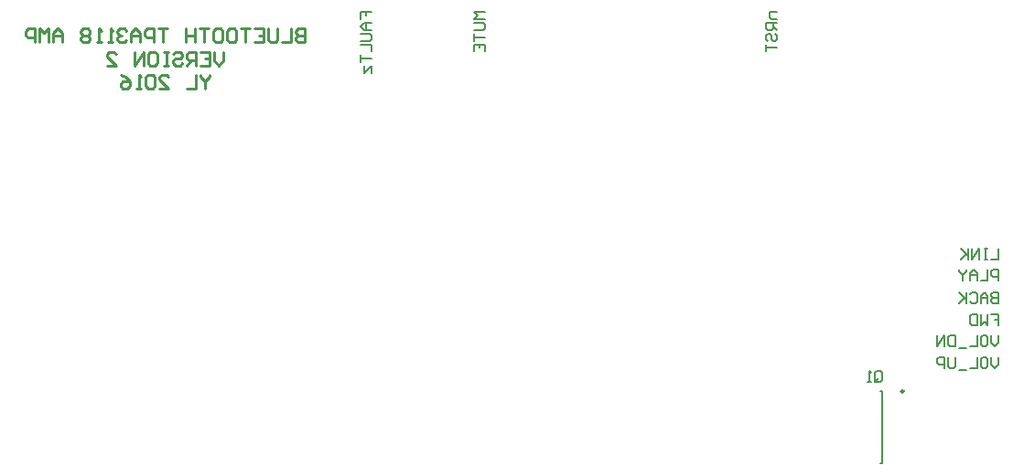
<source format=gbo>
G04 Layer_Color=12566272*
%FSLAX42Y42*%
%MOMM*%
G71*
G01*
G75*
%ADD30C,0.25*%
%ADD53C,0.20*%
%ADD54C,0.25*%
%ADD57C,0.21*%
D30*
X4131Y5446D02*
Y5319D01*
X4067D01*
X4046Y5340D01*
Y5361D01*
X4067Y5382D01*
X4131D01*
X4067D01*
X4046Y5403D01*
Y5424D01*
X4067Y5446D01*
X4131D01*
X4004D02*
Y5319D01*
X3919D01*
X3877Y5446D02*
Y5340D01*
X3856Y5319D01*
X3813D01*
X3792Y5340D01*
Y5446D01*
X3665D02*
X3750D01*
Y5319D01*
X3665D01*
X3750Y5382D02*
X3708D01*
X3623Y5446D02*
X3538D01*
X3581D01*
Y5319D01*
X3432Y5446D02*
X3475D01*
X3496Y5424D01*
Y5340D01*
X3475Y5319D01*
X3432D01*
X3411Y5340D01*
Y5424D01*
X3432Y5446D01*
X3306D02*
X3348D01*
X3369Y5424D01*
Y5340D01*
X3348Y5319D01*
X3306D01*
X3284Y5340D01*
Y5424D01*
X3306Y5446D01*
X3242D02*
X3157D01*
X3200D01*
Y5319D01*
X3115Y5446D02*
Y5319D01*
Y5382D01*
X3030D01*
Y5446D01*
Y5319D01*
X2861Y5446D02*
X2777D01*
X2819D01*
Y5319D01*
X2734D02*
Y5446D01*
X2671D01*
X2650Y5424D01*
Y5382D01*
X2671Y5361D01*
X2734D01*
X2607Y5319D02*
Y5403D01*
X2565Y5446D01*
X2523Y5403D01*
Y5319D01*
Y5382D01*
X2607D01*
X2480Y5424D02*
X2459Y5446D01*
X2417D01*
X2396Y5424D01*
Y5403D01*
X2417Y5382D01*
X2438D01*
X2417D01*
X2396Y5361D01*
Y5340D01*
X2417Y5319D01*
X2459D01*
X2480Y5340D01*
X2353Y5319D02*
X2311D01*
X2332D01*
Y5446D01*
X2353Y5424D01*
X2248Y5319D02*
X2205D01*
X2226D01*
Y5446D01*
X2248Y5424D01*
X2142D02*
X2121Y5446D01*
X2078D01*
X2057Y5424D01*
Y5403D01*
X2078Y5382D01*
X2057Y5361D01*
Y5340D01*
X2078Y5319D01*
X2121D01*
X2142Y5340D01*
Y5361D01*
X2121Y5382D01*
X2142Y5403D01*
Y5424D01*
X2121Y5382D02*
X2078D01*
X1888Y5319D02*
Y5403D01*
X1845Y5446D01*
X1803Y5403D01*
Y5319D01*
Y5382D01*
X1888D01*
X1761Y5319D02*
Y5446D01*
X1719Y5403D01*
X1676Y5446D01*
Y5319D01*
X1634D02*
Y5446D01*
X1570D01*
X1549Y5424D01*
Y5382D01*
X1570Y5361D01*
X1634D01*
X3380Y5232D02*
Y5148D01*
X3337Y5105D01*
X3295Y5148D01*
Y5232D01*
X3168D02*
X3253D01*
Y5105D01*
X3168D01*
X3253Y5169D02*
X3210D01*
X3126Y5105D02*
Y5232D01*
X3062D01*
X3041Y5211D01*
Y5169D01*
X3062Y5148D01*
X3126D01*
X3083D02*
X3041Y5105D01*
X2914Y5211D02*
X2935Y5232D01*
X2978D01*
X2999Y5211D01*
Y5190D01*
X2978Y5169D01*
X2935D01*
X2914Y5148D01*
Y5127D01*
X2935Y5105D01*
X2978D01*
X2999Y5127D01*
X2872Y5232D02*
X2829D01*
X2851D01*
Y5105D01*
X2872D01*
X2829D01*
X2702Y5232D02*
X2745D01*
X2766Y5211D01*
Y5127D01*
X2745Y5105D01*
X2702D01*
X2681Y5127D01*
Y5211D01*
X2702Y5232D01*
X2639Y5105D02*
Y5232D01*
X2554Y5105D01*
Y5232D01*
X2300Y5105D02*
X2385D01*
X2300Y5190D01*
Y5211D01*
X2322Y5232D01*
X2364D01*
X2385Y5211D01*
X3253Y5019D02*
Y4998D01*
X3210Y4956D01*
X3168Y4998D01*
Y5019D01*
X3210Y4956D02*
Y4892D01*
X3126Y5019D02*
Y4892D01*
X3041D01*
X2787D02*
X2872D01*
X2787Y4977D01*
Y4998D01*
X2808Y5019D01*
X2851D01*
X2872Y4998D01*
X2745D02*
X2724Y5019D01*
X2681D01*
X2660Y4998D01*
Y4913D01*
X2681Y4892D01*
X2724D01*
X2745Y4913D01*
Y4998D01*
X2618Y4892D02*
X2576D01*
X2597D01*
Y5019D01*
X2618Y4998D01*
X2427Y5019D02*
X2470Y4998D01*
X2512Y4956D01*
Y4913D01*
X2491Y4892D01*
X2449D01*
X2427Y4913D01*
Y4934D01*
X2449Y4956D01*
X2512D01*
D53*
X9455Y2085D02*
X9470D01*
Y1415D02*
Y2085D01*
X9455Y1415D02*
X9470D01*
X5800Y5600D02*
X5700D01*
X5733Y5567D01*
X5700Y5533D01*
X5800D01*
X5700Y5500D02*
X5783D01*
X5800Y5483D01*
Y5450D01*
X5783Y5433D01*
X5700D01*
Y5400D02*
Y5333D01*
Y5367D01*
X5800D01*
X5700Y5233D02*
Y5300D01*
X5800D01*
Y5233D01*
X5750Y5300D02*
Y5267D01*
X4650Y5533D02*
Y5600D01*
X4700D01*
Y5567D01*
Y5600D01*
X4750D01*
Y5500D02*
X4683D01*
X4650Y5467D01*
X4683Y5433D01*
X4750D01*
X4700D01*
Y5500D01*
X4650Y5400D02*
X4733D01*
X4750Y5383D01*
Y5350D01*
X4733Y5333D01*
X4650D01*
Y5300D02*
X4750D01*
Y5233D01*
X4650Y5200D02*
Y5133D01*
Y5167D01*
X4750D01*
X4683Y5100D02*
Y5034D01*
X4750Y5100D01*
Y5034D01*
X8500Y5600D02*
X8433D01*
Y5550D01*
X8450Y5533D01*
X8500D01*
Y5500D02*
X8400D01*
Y5450D01*
X8417Y5433D01*
X8450D01*
X8467Y5450D01*
Y5500D01*
Y5467D02*
X8500Y5433D01*
X8417Y5333D02*
X8400Y5350D01*
Y5383D01*
X8417Y5400D01*
X8433D01*
X8450Y5383D01*
Y5350D01*
X8467Y5333D01*
X8483D01*
X8500Y5350D01*
Y5383D01*
X8483Y5400D01*
X8400Y5300D02*
Y5233D01*
Y5267D01*
X8500D01*
X10550Y2400D02*
Y2333D01*
X10517Y2300D01*
X10483Y2333D01*
Y2400D01*
X10400D02*
X10433D01*
X10450Y2383D01*
Y2317D01*
X10433Y2300D01*
X10400D01*
X10383Y2317D01*
Y2383D01*
X10400Y2400D01*
X10350D02*
Y2300D01*
X10283D01*
X10250Y2283D02*
X10183D01*
X10150Y2400D02*
Y2317D01*
X10133Y2300D01*
X10100D01*
X10083Y2317D01*
Y2400D01*
X10050Y2300D02*
Y2400D01*
X10000D01*
X9984Y2383D01*
Y2350D01*
X10000Y2333D01*
X10050D01*
X10550Y2600D02*
Y2533D01*
X10517Y2500D01*
X10483Y2533D01*
Y2600D01*
X10400D02*
X10433D01*
X10450Y2583D01*
Y2517D01*
X10433Y2500D01*
X10400D01*
X10383Y2517D01*
Y2583D01*
X10400Y2600D01*
X10350D02*
Y2500D01*
X10283D01*
X10250Y2483D02*
X10183D01*
X10150Y2600D02*
Y2500D01*
X10100D01*
X10083Y2517D01*
Y2583D01*
X10100Y2600D01*
X10150D01*
X10050Y2500D02*
Y2600D01*
X9984Y2500D01*
Y2600D01*
X10483Y2800D02*
X10550D01*
Y2750D01*
X10517D01*
X10550D01*
Y2700D01*
X10450Y2800D02*
Y2700D01*
X10417Y2733D01*
X10383Y2700D01*
Y2800D01*
X10350D02*
Y2700D01*
X10300D01*
X10283Y2717D01*
Y2783D01*
X10300Y2800D01*
X10350D01*
X10550Y3000D02*
Y2900D01*
X10500D01*
X10483Y2917D01*
Y2933D01*
X10500Y2950D01*
X10550D01*
X10500D01*
X10483Y2967D01*
Y2983D01*
X10500Y3000D01*
X10550D01*
X10450Y2900D02*
Y2967D01*
X10417Y3000D01*
X10383Y2967D01*
Y2900D01*
Y2950D01*
X10450D01*
X10283Y2983D02*
X10300Y3000D01*
X10333D01*
X10350Y2983D01*
Y2917D01*
X10333Y2900D01*
X10300D01*
X10283Y2917D01*
X10250Y3000D02*
Y2900D01*
Y2933D01*
X10183Y3000D01*
X10233Y2950D01*
X10183Y2900D01*
X10550Y3110D02*
Y3210D01*
X10500D01*
X10483Y3193D01*
Y3160D01*
X10500Y3143D01*
X10550D01*
X10450Y3210D02*
Y3110D01*
X10383D01*
X10350D02*
Y3177D01*
X10317Y3210D01*
X10283Y3177D01*
Y3110D01*
Y3160D01*
X10350D01*
X10250Y3210D02*
Y3193D01*
X10217Y3160D01*
X10183Y3193D01*
Y3210D01*
X10217Y3160D02*
Y3110D01*
X10550Y3410D02*
Y3310D01*
X10483D01*
X10450Y3410D02*
X10417D01*
X10433D01*
Y3310D01*
X10450D01*
X10417D01*
X10367D02*
Y3410D01*
X10300Y3310D01*
Y3410D01*
X10267D02*
Y3310D01*
Y3343D01*
X10200Y3410D01*
X10250Y3360D01*
X10200Y3310D01*
D54*
X9672Y2084D02*
G03*
X9672Y2084I-12J0D01*
G01*
D57*
X9403Y2187D02*
Y2253D01*
X9420Y2270D01*
X9453D01*
X9470Y2253D01*
Y2187D01*
X9453Y2170D01*
X9420D01*
X9437Y2203D02*
X9403Y2170D01*
X9420D02*
X9403Y2187D01*
X9370Y2170D02*
X9337D01*
X9353D01*
Y2270D01*
X9370Y2253D01*
M02*

</source>
